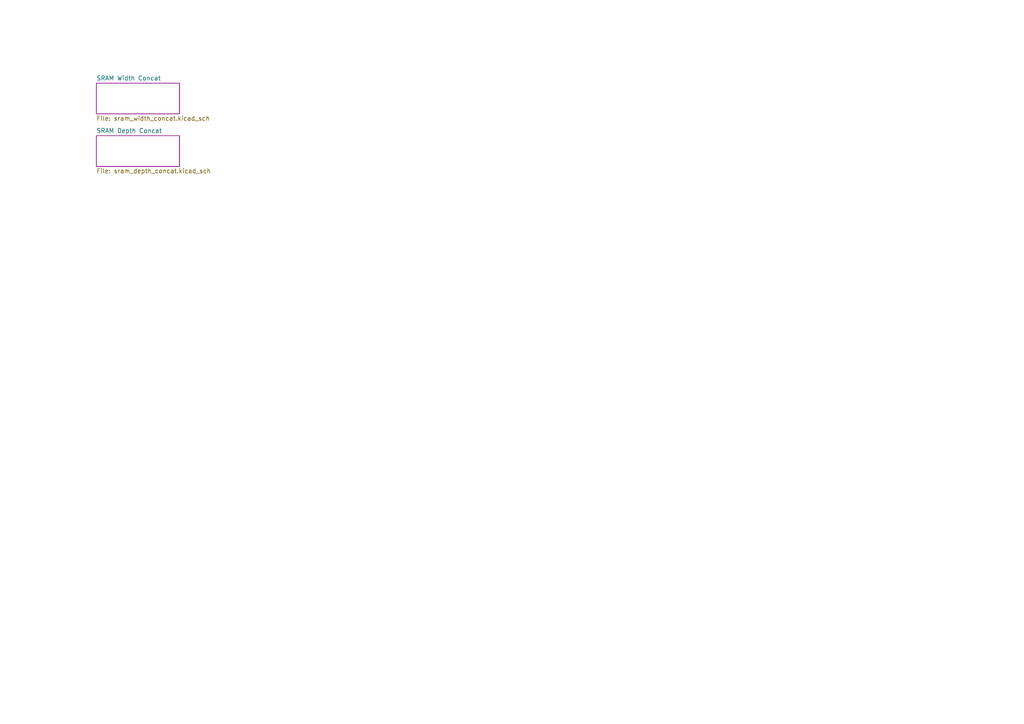
<source format=kicad_sch>
(kicad_sch (version 20230121) (generator eeschema)
  (paper "A4")
  (lib_symbols)
  (sheet (at 27.94 24.13) (size 24.13 8.89) (stroke (width 0.1524) (color 132 0 132 1)) (fill (color 255 255 255 0.0000))
    (property "Sheetname" "SRAM Width Concat" (at 27.94 23.4184 0) (effects (justify left bottom)))
    (property "Sheetfile" "sram_width_concat.kicad_sch" (at 27.94 33.6046 0) (effects (justify left top)))
  )
  (sheet (at 27.94 39.37) (size 24.13 8.89) (stroke (width 0.1524) (color 132 0 132 1)) (fill (color 255 255 255 0.0000))
    (property "Sheetname" "SRAM Depth Concat" (at 27.94 38.6584 0) (effects (justify left bottom)))
    (property "Sheetfile" "sram_depth_concat.kicad_sch" (at 27.94 48.8446 0) (effects (justify left top)))
  )
)
</source>
